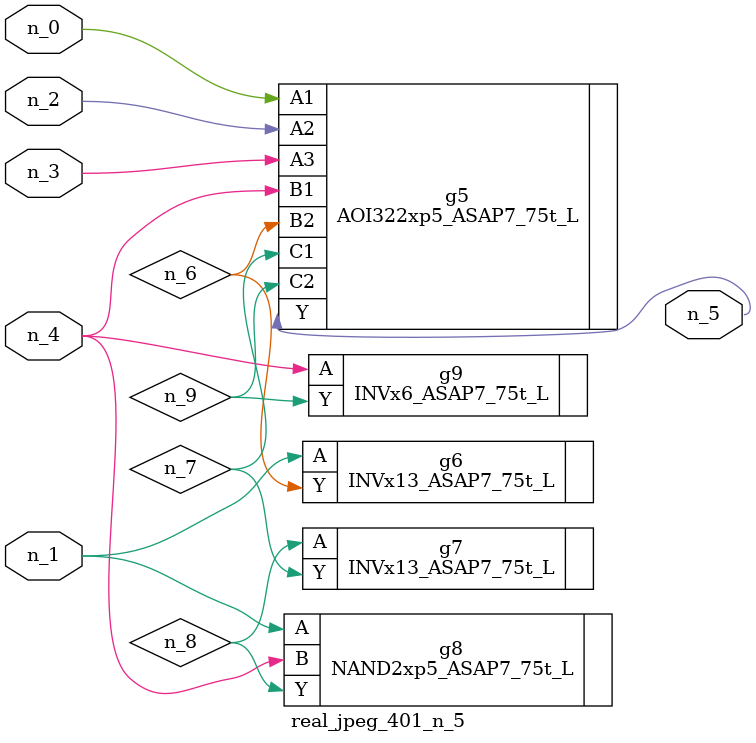
<source format=v>
module real_jpeg_401_n_5 (n_4, n_0, n_1, n_2, n_3, n_5);

input n_4;
input n_0;
input n_1;
input n_2;
input n_3;

output n_5;

wire n_8;
wire n_6;
wire n_7;
wire n_9;

AOI322xp5_ASAP7_75t_L g5 ( 
.A1(n_0),
.A2(n_2),
.A3(n_3),
.B1(n_4),
.B2(n_6),
.C1(n_7),
.C2(n_9),
.Y(n_5)
);

INVx13_ASAP7_75t_L g6 ( 
.A(n_1),
.Y(n_6)
);

NAND2xp5_ASAP7_75t_L g8 ( 
.A(n_1),
.B(n_4),
.Y(n_8)
);

INVx6_ASAP7_75t_L g9 ( 
.A(n_4),
.Y(n_9)
);

INVx13_ASAP7_75t_L g7 ( 
.A(n_8),
.Y(n_7)
);


endmodule
</source>
